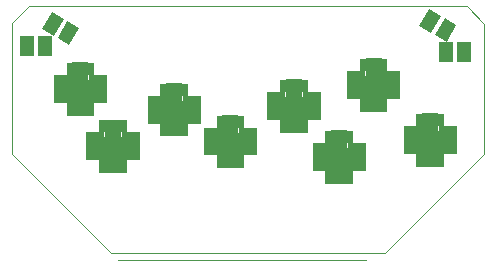
<source format=gbs>
G04 (created by PCBNEW-RS274X (2012-apr-16-27)-stable) date Thu 03 Apr 2014 02:01:57 PM EDT*
G01*
G70*
G90*
%MOIN*%
G04 Gerber Fmt 3.4, Leading zero omitted, Abs format*
%FSLAX34Y34*%
G04 APERTURE LIST*
%ADD10C,0.006000*%
%ADD11C,0.000400*%
%ADD12C,0.002000*%
%ADD13R,0.059400X0.031800*%
%ADD14R,0.031800X0.059400*%
%ADD15R,0.031800X0.043600*%
%ADD16R,0.059400X0.059400*%
%ADD17R,0.045000X0.065000*%
G04 APERTURE END LIST*
G54D10*
G54D11*
X24646Y-27224D02*
X27953Y-23917D01*
X15512Y-27224D02*
X12205Y-23917D01*
X15512Y-27224D02*
X24646Y-27224D01*
X12766Y-18996D02*
X12205Y-19557D01*
X27392Y-18996D02*
X27953Y-19596D01*
X26939Y-18996D02*
X27392Y-18996D01*
X27953Y-19596D02*
X27953Y-23917D01*
X16663Y-18996D02*
X26938Y-18996D01*
X12205Y-19557D02*
X12205Y-23917D01*
X16664Y-18996D02*
X12766Y-18996D01*
X15748Y-27461D02*
X24016Y-27461D01*
G54D12*
X15748Y-27461D02*
X24016Y-27461D01*
G54D13*
X26743Y-23150D03*
X26743Y-23347D03*
X26743Y-23543D03*
X26743Y-23740D03*
G54D14*
X26447Y-24036D03*
X26250Y-24036D03*
X26054Y-24036D03*
X25857Y-24036D03*
G54D13*
X25561Y-23740D03*
X25561Y-23543D03*
X25561Y-23347D03*
X25561Y-23150D03*
G54D15*
X25857Y-22776D03*
G54D14*
X26054Y-22854D03*
X26250Y-22854D03*
G54D15*
X26447Y-22776D03*
G54D16*
X26152Y-23445D03*
G54D13*
X24853Y-21319D03*
X24853Y-21516D03*
X24853Y-21712D03*
X24853Y-21909D03*
G54D14*
X24557Y-22205D03*
X24360Y-22205D03*
X24164Y-22205D03*
X23967Y-22205D03*
G54D13*
X23671Y-21909D03*
X23671Y-21712D03*
X23671Y-21516D03*
X23671Y-21319D03*
G54D15*
X23967Y-20945D03*
G54D14*
X24164Y-21023D03*
X24360Y-21023D03*
G54D15*
X24557Y-20945D03*
G54D16*
X24262Y-21614D03*
G54D13*
X23711Y-23721D03*
X23711Y-23918D03*
X23711Y-24114D03*
X23711Y-24311D03*
G54D14*
X23415Y-24607D03*
X23218Y-24607D03*
X23022Y-24607D03*
X22825Y-24607D03*
G54D13*
X22529Y-24311D03*
X22529Y-24114D03*
X22529Y-23918D03*
X22529Y-23721D03*
G54D15*
X22825Y-23347D03*
G54D14*
X23022Y-23425D03*
X23218Y-23425D03*
G54D15*
X23415Y-23347D03*
G54D16*
X23120Y-24016D03*
G54D13*
X22205Y-22028D03*
X22205Y-22225D03*
X22205Y-22421D03*
X22205Y-22618D03*
G54D14*
X21909Y-22914D03*
X21712Y-22914D03*
X21516Y-22914D03*
X21319Y-22914D03*
G54D13*
X21023Y-22618D03*
X21023Y-22421D03*
X21023Y-22225D03*
X21023Y-22028D03*
G54D15*
X21319Y-21654D03*
G54D14*
X21516Y-21732D03*
X21712Y-21732D03*
G54D15*
X21909Y-21654D03*
G54D16*
X21614Y-22323D03*
G54D13*
X20079Y-23209D03*
X20079Y-23406D03*
X20079Y-23602D03*
X20079Y-23799D03*
G54D14*
X19783Y-24095D03*
X19586Y-24095D03*
X19390Y-24095D03*
X19193Y-24095D03*
G54D13*
X18897Y-23799D03*
X18897Y-23602D03*
X18897Y-23406D03*
X18897Y-23209D03*
G54D15*
X19193Y-22835D03*
G54D14*
X19390Y-22913D03*
X19586Y-22913D03*
G54D15*
X19783Y-22835D03*
G54D16*
X19488Y-23504D03*
G54D13*
X18209Y-22146D03*
X18209Y-22343D03*
X18209Y-22539D03*
X18209Y-22736D03*
G54D14*
X17913Y-23032D03*
X17716Y-23032D03*
X17520Y-23032D03*
X17323Y-23032D03*
G54D13*
X17027Y-22736D03*
X17027Y-22539D03*
X17027Y-22343D03*
X17027Y-22146D03*
G54D15*
X17323Y-21772D03*
G54D14*
X17520Y-21850D03*
X17716Y-21850D03*
G54D15*
X17913Y-21772D03*
G54D16*
X17618Y-22441D03*
G54D13*
X16162Y-23366D03*
X16162Y-23563D03*
X16162Y-23759D03*
X16162Y-23956D03*
G54D14*
X15866Y-24252D03*
X15669Y-24252D03*
X15473Y-24252D03*
X15276Y-24252D03*
G54D13*
X14980Y-23956D03*
X14980Y-23759D03*
X14980Y-23563D03*
X14980Y-23366D03*
G54D15*
X15276Y-22992D03*
G54D14*
X15473Y-23070D03*
X15669Y-23070D03*
G54D15*
X15866Y-22992D03*
G54D16*
X15571Y-23661D03*
G54D13*
X15079Y-21457D03*
X15079Y-21654D03*
X15079Y-21850D03*
X15079Y-22047D03*
G54D14*
X14783Y-22343D03*
X14586Y-22343D03*
X14390Y-22343D03*
X14193Y-22343D03*
G54D13*
X13897Y-22047D03*
X13897Y-21850D03*
X13897Y-21654D03*
X13897Y-21457D03*
G54D15*
X14193Y-21083D03*
G54D14*
X14390Y-21161D03*
X14586Y-21161D03*
G54D15*
X14783Y-21083D03*
G54D16*
X14488Y-21752D03*
G54D10*
G36*
X13212Y-19753D02*
X13537Y-19190D01*
X13926Y-19415D01*
X13601Y-19978D01*
X13212Y-19753D01*
X13212Y-19753D01*
G37*
G36*
X13732Y-20053D02*
X14057Y-19490D01*
X14446Y-19715D01*
X14121Y-20278D01*
X13732Y-20053D01*
X13732Y-20053D01*
G37*
G36*
X25790Y-19645D02*
X26115Y-19082D01*
X26504Y-19307D01*
X26179Y-19870D01*
X25790Y-19645D01*
X25790Y-19645D01*
G37*
G36*
X26310Y-19945D02*
X26635Y-19382D01*
X27024Y-19607D01*
X26699Y-20170D01*
X26310Y-19945D01*
X26310Y-19945D01*
G37*
G54D17*
X26669Y-20502D03*
X27269Y-20502D03*
X13322Y-20305D03*
X12722Y-20305D03*
M02*

</source>
